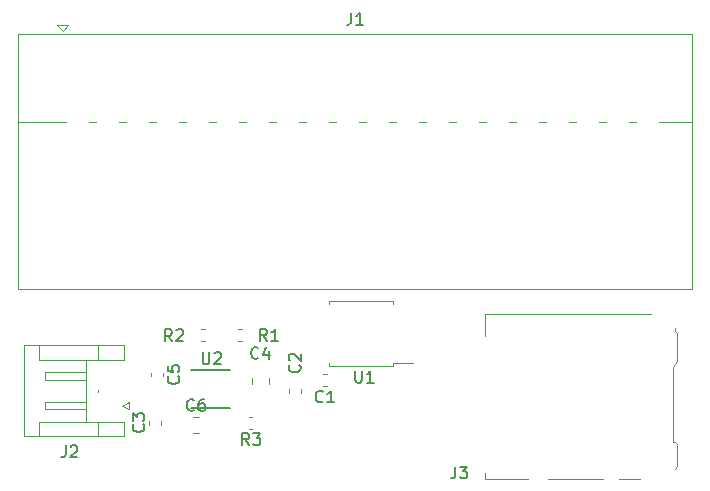
<source format=gbr>
G04 #@! TF.GenerationSoftware,KiCad,Pcbnew,(5.1.5)-3*
G04 #@! TF.CreationDate,2020-05-22T13:07:01-04:00*
G04 #@! TF.ProjectId,uBit_carrier,75426974-5f63-4617-9272-6965722e6b69,rev?*
G04 #@! TF.SameCoordinates,Original*
G04 #@! TF.FileFunction,Legend,Top*
G04 #@! TF.FilePolarity,Positive*
%FSLAX46Y46*%
G04 Gerber Fmt 4.6, Leading zero omitted, Abs format (unit mm)*
G04 Created by KiCad (PCBNEW (5.1.5)-3) date 2020-05-22 13:07:01*
%MOMM*%
%LPD*%
G04 APERTURE LIST*
%ADD10C,0.120000*%
%ADD11C,0.152400*%
%ADD12C,0.150000*%
G04 APERTURE END LIST*
D10*
X157970722Y-108342500D02*
X158487878Y-108342500D01*
X157970722Y-106922500D02*
X158487878Y-106922500D01*
X154442700Y-103202521D02*
X154442700Y-103528079D01*
X155462700Y-103202521D02*
X155462700Y-103528079D01*
X163005700Y-103665522D02*
X163005700Y-104182678D01*
X164425700Y-103665522D02*
X164425700Y-104182678D01*
X154290300Y-107317321D02*
X154290300Y-107642879D01*
X155310300Y-107317321D02*
X155310300Y-107642879D01*
X167095900Y-104950479D02*
X167095900Y-104624921D01*
X166075900Y-104950479D02*
X166075900Y-104624921D01*
X169312779Y-103340000D02*
X168987221Y-103340000D01*
X169312779Y-104360000D02*
X168987221Y-104360000D01*
D11*
X157835600Y-106197400D02*
X161086800Y-106197400D01*
X161086800Y-102946200D02*
X157835600Y-102946200D01*
D10*
X162689321Y-107964700D02*
X163014879Y-107964700D01*
X162689321Y-106944700D02*
X163014879Y-106944700D01*
X158976279Y-99515200D02*
X158650721Y-99515200D01*
X158976279Y-100535200D02*
X158650721Y-100535200D01*
X161762221Y-100535200D02*
X162087779Y-100535200D01*
X161762221Y-99515200D02*
X162087779Y-99515200D01*
X182715000Y-100125000D02*
X182715000Y-98205000D01*
X182715000Y-98205000D02*
X196725000Y-98205000D01*
X182715000Y-111725000D02*
X182715000Y-112175000D01*
X182715000Y-112175000D02*
X186325000Y-112175000D01*
X198985000Y-99885000D02*
X198985000Y-102195000D01*
X198985000Y-111145000D02*
X198985000Y-109285000D01*
X198985000Y-111145000D02*
X198785000Y-111345000D01*
X188025000Y-112175000D02*
X192725000Y-112175000D01*
X194025000Y-112175000D02*
X195825000Y-112175000D01*
X198635000Y-109075000D02*
X198635000Y-102705000D01*
X198635000Y-109075000D02*
X198785000Y-109075000D01*
X198985000Y-109285000D02*
X198785000Y-109075000D01*
X198985000Y-99885000D02*
X198785000Y-99685000D01*
X198785000Y-99685000D02*
X198785000Y-99425000D01*
X198985000Y-102195000D02*
X198635000Y-102705000D01*
X174925000Y-102365000D02*
X176600000Y-102365000D01*
X174925000Y-102625000D02*
X174925000Y-102365000D01*
X172200000Y-102625000D02*
X174925000Y-102625000D01*
X169475000Y-102625000D02*
X169475000Y-102365000D01*
X172200000Y-102625000D02*
X169475000Y-102625000D01*
X174925000Y-97175000D02*
X174925000Y-97435000D01*
X172200000Y-97175000D02*
X174925000Y-97175000D01*
X169475000Y-97175000D02*
X169475000Y-97435000D01*
X172200000Y-97175000D02*
X169475000Y-97175000D01*
X152600000Y-105700000D02*
X152000000Y-106000000D01*
X152600000Y-106300000D02*
X152600000Y-105700000D01*
X152000000Y-106000000D02*
X152600000Y-106300000D01*
X148910000Y-103180000D02*
X148910000Y-103500000D01*
X145490000Y-103180000D02*
X148910000Y-103180000D01*
X145410000Y-103500000D02*
X145490000Y-103180000D01*
X145490000Y-103820000D02*
X145410000Y-103500000D01*
X148910000Y-103820000D02*
X145490000Y-103820000D01*
X148910000Y-103500000D02*
X148910000Y-103820000D01*
X149910000Y-104830000D02*
X149910000Y-104670000D01*
X148910000Y-105680000D02*
X148910000Y-106000000D01*
X145490000Y-105680000D02*
X148910000Y-105680000D01*
X145410000Y-106000000D02*
X145490000Y-105680000D01*
X145490000Y-106320000D02*
X145410000Y-106000000D01*
X148910000Y-106320000D02*
X145490000Y-106320000D01*
X148910000Y-106000000D02*
X148910000Y-106320000D01*
X148910000Y-107390000D02*
X148910000Y-102110000D01*
X149910000Y-102110000D02*
X149910000Y-100890000D01*
X144910000Y-102110000D02*
X149910000Y-102110000D01*
X144910000Y-100890000D02*
X144910000Y-102110000D01*
X149910000Y-107390000D02*
X149910000Y-108610000D01*
X144910000Y-107390000D02*
X149910000Y-107390000D01*
X144910000Y-108610000D02*
X144910000Y-107390000D01*
X152110000Y-102110000D02*
X149910000Y-102110000D01*
X152110000Y-100890000D02*
X152110000Y-102110000D01*
X143690000Y-100890000D02*
X152110000Y-100890000D01*
X143690000Y-108610000D02*
X143690000Y-100890000D01*
X152110000Y-108610000D02*
X143690000Y-108610000D01*
X152110000Y-107390000D02*
X152110000Y-108610000D01*
X149910000Y-107390000D02*
X152110000Y-107390000D01*
X147430000Y-73795000D02*
X146930000Y-74295000D01*
X146430000Y-73795000D02*
X147430000Y-73795000D01*
X146930000Y-74295000D02*
X146430000Y-73795000D01*
X197420000Y-82025000D02*
X200260000Y-82025000D01*
X194880000Y-82025000D02*
X195501000Y-82025000D01*
X192340000Y-82025000D02*
X192961000Y-82025000D01*
X189800000Y-82025000D02*
X190421000Y-82025000D01*
X187260000Y-82025000D02*
X187881000Y-82025000D01*
X184720000Y-82025000D02*
X185341000Y-82025000D01*
X182180000Y-82025000D02*
X182801000Y-82025000D01*
X179640000Y-82025000D02*
X180261000Y-82025000D01*
X177100000Y-82025000D02*
X177721000Y-82025000D01*
X174560000Y-82025000D02*
X175181000Y-82025000D01*
X172020000Y-82025000D02*
X172641000Y-82025000D01*
X169480000Y-82025000D02*
X170101000Y-82025000D01*
X166940000Y-82025000D02*
X167561000Y-82025000D01*
X164400000Y-82025000D02*
X165021000Y-82025000D01*
X161860000Y-82025000D02*
X162481000Y-82025000D01*
X159320000Y-82025000D02*
X159941000Y-82025000D01*
X156780000Y-82025000D02*
X157401000Y-82025000D01*
X154240000Y-82025000D02*
X154861000Y-82025000D01*
X151700000Y-82025000D02*
X152321000Y-82025000D01*
X149160000Y-82025000D02*
X149781000Y-82025000D01*
X143130000Y-82025000D02*
X147241000Y-82025000D01*
X200260000Y-74535000D02*
X143130000Y-74535000D01*
X200260000Y-96145000D02*
X200260000Y-74535000D01*
X143130000Y-96145000D02*
X200260000Y-96145000D01*
X143130000Y-74535000D02*
X143130000Y-96145000D01*
D12*
X158062633Y-106339642D02*
X158015014Y-106387261D01*
X157872157Y-106434880D01*
X157776919Y-106434880D01*
X157634061Y-106387261D01*
X157538823Y-106292023D01*
X157491204Y-106196785D01*
X157443585Y-106006309D01*
X157443585Y-105863452D01*
X157491204Y-105672976D01*
X157538823Y-105577738D01*
X157634061Y-105482500D01*
X157776919Y-105434880D01*
X157872157Y-105434880D01*
X158015014Y-105482500D01*
X158062633Y-105530119D01*
X158919776Y-105434880D02*
X158729300Y-105434880D01*
X158634061Y-105482500D01*
X158586442Y-105530119D01*
X158491204Y-105672976D01*
X158443585Y-105863452D01*
X158443585Y-106244404D01*
X158491204Y-106339642D01*
X158538823Y-106387261D01*
X158634061Y-106434880D01*
X158824538Y-106434880D01*
X158919776Y-106387261D01*
X158967395Y-106339642D01*
X159015014Y-106244404D01*
X159015014Y-106006309D01*
X158967395Y-105911071D01*
X158919776Y-105863452D01*
X158824538Y-105815833D01*
X158634061Y-105815833D01*
X158538823Y-105863452D01*
X158491204Y-105911071D01*
X158443585Y-106006309D01*
X156739842Y-103531966D02*
X156787461Y-103579585D01*
X156835080Y-103722442D01*
X156835080Y-103817680D01*
X156787461Y-103960538D01*
X156692223Y-104055776D01*
X156596985Y-104103395D01*
X156406509Y-104151014D01*
X156263652Y-104151014D01*
X156073176Y-104103395D01*
X155977938Y-104055776D01*
X155882700Y-103960538D01*
X155835080Y-103817680D01*
X155835080Y-103722442D01*
X155882700Y-103579585D01*
X155930319Y-103531966D01*
X155835080Y-102627204D02*
X155835080Y-103103395D01*
X156311271Y-103151014D01*
X156263652Y-103103395D01*
X156216033Y-103008157D01*
X156216033Y-102770061D01*
X156263652Y-102674823D01*
X156311271Y-102627204D01*
X156406509Y-102579585D01*
X156644604Y-102579585D01*
X156739842Y-102627204D01*
X156787461Y-102674823D01*
X156835080Y-102770061D01*
X156835080Y-103008157D01*
X156787461Y-103103395D01*
X156739842Y-103151014D01*
X163523633Y-101957142D02*
X163476014Y-102004761D01*
X163333157Y-102052380D01*
X163237919Y-102052380D01*
X163095061Y-102004761D01*
X162999823Y-101909523D01*
X162952204Y-101814285D01*
X162904585Y-101623809D01*
X162904585Y-101480952D01*
X162952204Y-101290476D01*
X162999823Y-101195238D01*
X163095061Y-101100000D01*
X163237919Y-101052380D01*
X163333157Y-101052380D01*
X163476014Y-101100000D01*
X163523633Y-101147619D01*
X164380776Y-101385714D02*
X164380776Y-102052380D01*
X164142680Y-101004761D02*
X163904585Y-101719047D01*
X164523633Y-101719047D01*
X153773142Y-107595966D02*
X153820761Y-107643585D01*
X153868380Y-107786442D01*
X153868380Y-107881680D01*
X153820761Y-108024538D01*
X153725523Y-108119776D01*
X153630285Y-108167395D01*
X153439809Y-108215014D01*
X153296952Y-108215014D01*
X153106476Y-108167395D01*
X153011238Y-108119776D01*
X152916000Y-108024538D01*
X152868380Y-107881680D01*
X152868380Y-107786442D01*
X152916000Y-107643585D01*
X152963619Y-107595966D01*
X152868380Y-107262633D02*
X152868380Y-106643585D01*
X153249333Y-106976919D01*
X153249333Y-106834061D01*
X153296952Y-106738823D01*
X153344571Y-106691204D01*
X153439809Y-106643585D01*
X153677904Y-106643585D01*
X153773142Y-106691204D01*
X153820761Y-106738823D01*
X153868380Y-106834061D01*
X153868380Y-107119776D01*
X153820761Y-107215014D01*
X153773142Y-107262633D01*
X166993842Y-102554066D02*
X167041461Y-102601685D01*
X167089080Y-102744542D01*
X167089080Y-102839780D01*
X167041461Y-102982638D01*
X166946223Y-103077876D01*
X166850985Y-103125495D01*
X166660509Y-103173114D01*
X166517652Y-103173114D01*
X166327176Y-103125495D01*
X166231938Y-103077876D01*
X166136700Y-102982638D01*
X166089080Y-102839780D01*
X166089080Y-102744542D01*
X166136700Y-102601685D01*
X166184319Y-102554066D01*
X166184319Y-102173114D02*
X166136700Y-102125495D01*
X166089080Y-102030257D01*
X166089080Y-101792161D01*
X166136700Y-101696923D01*
X166184319Y-101649304D01*
X166279557Y-101601685D01*
X166374795Y-101601685D01*
X166517652Y-101649304D01*
X167089080Y-102220733D01*
X167089080Y-101601685D01*
X168983333Y-105637142D02*
X168935714Y-105684761D01*
X168792857Y-105732380D01*
X168697619Y-105732380D01*
X168554761Y-105684761D01*
X168459523Y-105589523D01*
X168411904Y-105494285D01*
X168364285Y-105303809D01*
X168364285Y-105160952D01*
X168411904Y-104970476D01*
X168459523Y-104875238D01*
X168554761Y-104780000D01*
X168697619Y-104732380D01*
X168792857Y-104732380D01*
X168935714Y-104780000D01*
X168983333Y-104827619D01*
X169935714Y-105732380D02*
X169364285Y-105732380D01*
X169650000Y-105732380D02*
X169650000Y-104732380D01*
X169554761Y-104875238D01*
X169459523Y-104970476D01*
X169364285Y-105018095D01*
X158788195Y-101484180D02*
X158788195Y-102293704D01*
X158835814Y-102388942D01*
X158883433Y-102436561D01*
X158978671Y-102484180D01*
X159169147Y-102484180D01*
X159264385Y-102436561D01*
X159312004Y-102388942D01*
X159359623Y-102293704D01*
X159359623Y-101484180D01*
X159788195Y-101579419D02*
X159835814Y-101531800D01*
X159931052Y-101484180D01*
X160169147Y-101484180D01*
X160264385Y-101531800D01*
X160312004Y-101579419D01*
X160359623Y-101674657D01*
X160359623Y-101769895D01*
X160312004Y-101912752D01*
X159740576Y-102484180D01*
X160359623Y-102484180D01*
X162736233Y-109342180D02*
X162402900Y-108865990D01*
X162164804Y-109342180D02*
X162164804Y-108342180D01*
X162545757Y-108342180D01*
X162640995Y-108389800D01*
X162688614Y-108437419D01*
X162736233Y-108532657D01*
X162736233Y-108675514D01*
X162688614Y-108770752D01*
X162640995Y-108818371D01*
X162545757Y-108865990D01*
X162164804Y-108865990D01*
X163069566Y-108342180D02*
X163688614Y-108342180D01*
X163355280Y-108723133D01*
X163498138Y-108723133D01*
X163593376Y-108770752D01*
X163640995Y-108818371D01*
X163688614Y-108913609D01*
X163688614Y-109151704D01*
X163640995Y-109246942D01*
X163593376Y-109294561D01*
X163498138Y-109342180D01*
X163212423Y-109342180D01*
X163117185Y-109294561D01*
X163069566Y-109246942D01*
X156195733Y-100541080D02*
X155862400Y-100064890D01*
X155624304Y-100541080D02*
X155624304Y-99541080D01*
X156005257Y-99541080D01*
X156100495Y-99588700D01*
X156148114Y-99636319D01*
X156195733Y-99731557D01*
X156195733Y-99874414D01*
X156148114Y-99969652D01*
X156100495Y-100017271D01*
X156005257Y-100064890D01*
X155624304Y-100064890D01*
X156576685Y-99636319D02*
X156624304Y-99588700D01*
X156719542Y-99541080D01*
X156957638Y-99541080D01*
X157052876Y-99588700D01*
X157100495Y-99636319D01*
X157148114Y-99731557D01*
X157148114Y-99826795D01*
X157100495Y-99969652D01*
X156529066Y-100541080D01*
X157148114Y-100541080D01*
X164234833Y-100515680D02*
X163901500Y-100039490D01*
X163663404Y-100515680D02*
X163663404Y-99515680D01*
X164044357Y-99515680D01*
X164139595Y-99563300D01*
X164187214Y-99610919D01*
X164234833Y-99706157D01*
X164234833Y-99849014D01*
X164187214Y-99944252D01*
X164139595Y-99991871D01*
X164044357Y-100039490D01*
X163663404Y-100039490D01*
X165187214Y-100515680D02*
X164615785Y-100515680D01*
X164901500Y-100515680D02*
X164901500Y-99515680D01*
X164806261Y-99658538D01*
X164711023Y-99753776D01*
X164615785Y-99801395D01*
X180200466Y-111161580D02*
X180200466Y-111875866D01*
X180152847Y-112018723D01*
X180057609Y-112113961D01*
X179914752Y-112161580D01*
X179819514Y-112161580D01*
X180581419Y-111161580D02*
X181200466Y-111161580D01*
X180867133Y-111542533D01*
X181009990Y-111542533D01*
X181105228Y-111590152D01*
X181152847Y-111637771D01*
X181200466Y-111733009D01*
X181200466Y-111971104D01*
X181152847Y-112066342D01*
X181105228Y-112113961D01*
X181009990Y-112161580D01*
X180724276Y-112161580D01*
X180629038Y-112113961D01*
X180581419Y-112066342D01*
X171716795Y-103046280D02*
X171716795Y-103855804D01*
X171764414Y-103951042D01*
X171812033Y-103998661D01*
X171907271Y-104046280D01*
X172097747Y-104046280D01*
X172192985Y-103998661D01*
X172240604Y-103951042D01*
X172288223Y-103855804D01*
X172288223Y-103046280D01*
X173288223Y-104046280D02*
X172716795Y-104046280D01*
X173002509Y-104046280D02*
X173002509Y-103046280D01*
X172907271Y-103189138D01*
X172812033Y-103284376D01*
X172716795Y-103331995D01*
X147189866Y-109370880D02*
X147189866Y-110085166D01*
X147142247Y-110228023D01*
X147047009Y-110323261D01*
X146904152Y-110370880D01*
X146808914Y-110370880D01*
X147618438Y-109466119D02*
X147666057Y-109418500D01*
X147761295Y-109370880D01*
X147999390Y-109370880D01*
X148094628Y-109418500D01*
X148142247Y-109466119D01*
X148189866Y-109561357D01*
X148189866Y-109656595D01*
X148142247Y-109799452D01*
X147570819Y-110370880D01*
X148189866Y-110370880D01*
X171361666Y-72737380D02*
X171361666Y-73451666D01*
X171314047Y-73594523D01*
X171218809Y-73689761D01*
X171075952Y-73737380D01*
X170980714Y-73737380D01*
X172361666Y-73737380D02*
X171790238Y-73737380D01*
X172075952Y-73737380D02*
X172075952Y-72737380D01*
X171980714Y-72880238D01*
X171885476Y-72975476D01*
X171790238Y-73023095D01*
M02*

</source>
